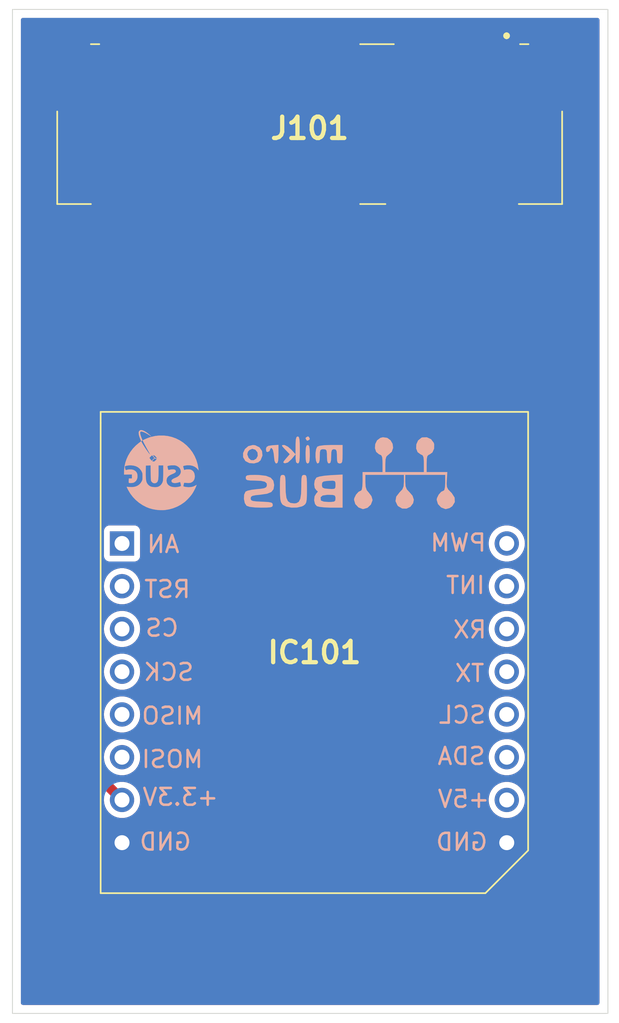
<source format=kicad_pcb>
(kicad_pcb (version 20240108) (generator "pcbnew") (generator_version "8.0")
  (layers (0 "F.Cu" signal) (31 "B.Cu" signal) (34 "B.Paste" user) (35 "F.Paste" user) (36 "B.SilkS" user "B.Silkscreen") (37 "F.SilkS" user "F.Silkscreen") (38 "B.Mask" user) (39 "F.Mask" user) (44 "Edge.Cuts" user))
  (net 0 "")
  (net 1 "3.3V")
  (net 29 "RX1")
  (net 30 "1PPS")
  (net 31 "GND")
  (net 32 "SDA")
  (net 34 "TX1")
  (net 36 "CE_HOST")
  (net 38 "RST")
  (net 40 "SCL")
  (net 41 "WUP")
  (footprint "Mini_PCI_e:17178311" (layer "F.Cu") (at 111.55 71.225 180)
    (property "Reference" "J101" (at 0 0 180) (layer "F.SilkS") (effects (font (size 1.27 1.27) (thickness 0.254))))
    (property "Value" "1717831-1" (hide yes))
    (fp_line (start 15 -4.5) (end 15 1) (stroke (width 0.1)) (layer "F.SilkS"))
    (fp_line (start 13 -4.5) (end 15 -4.5) (stroke (width 0.1)) (layer "F.SilkS"))
    (fp_line (start 12.5 5) (end 13 5) (stroke (width 0.1)) (layer "F.SilkS"))
    (fp_line (start -3 5) (end -5 5) (stroke (width 0.1)) (layer "F.SilkS"))
    (fp_line (start -4.5 -4.5) (end -3 -4.5) (stroke (width 0.1)) (layer "F.SilkS"))
    (fp_line (start -11.7 5.6) (end -11.7 5.6) (stroke (width 0.2)) (layer "F.SilkS"))
    (fp_line (start -11.7 5.4) (end -11.7 5.4) (stroke (width 0.2)) (layer "F.SilkS"))
    (fp_line (start -12.5 5) (end -13 5) (stroke (width 0.1)) (layer "F.SilkS"))
    (fp_line (start -15 1) (end -15 -4.5) (stroke (width 0.1)) (layer "F.SilkS"))
    (fp_line (start -15 -4.5) (end -12.425 -4.5) (stroke (width 0.1)) (layer "F.SilkS"))
    (fp_arc (start -11.7 5.6) (mid -11.8 5.5) (end -11.7 5.4) (stroke (width 0.2)) (layer "F.SilkS"))
    (fp_arc (start -11.7 5.4) (mid -11.6 5.5) (end -11.7 5.6) (stroke (width 0.2)) (layer "F.SilkS"))
    (pad "1" smd rect (at -11.725 4.1 180) (size 0.6 2) (layers "F.Cu" "F.Paste" "F.Mask"))
    (pad "2" smd rect (at -11.325 -4.1 180) (size 0.6 2) (layers "F.Cu" "F.Paste" "F.Mask") (net 1 "3.3V"))
    (pad "3" smd rect (at -10.925 4.1 180) (size 0.6 2) (layers "F.Cu" "F.Paste" "F.Mask"))
    (pad "4" smd rect (at -10.525 -4.1 180) (size 0.6 2) (layers "F.Cu" "F.Paste" "F.Mask") (net 31 "GND"))
    (pad "5" smd rect (at -10.125 4.1 180) (size 0.6 2) (layers "F.Cu" "F.Paste" "F.Mask"))
    (pad "6" smd rect (at -9.725 -4.1 180) (size 0.6 2) (layers "F.Cu" "F.Paste" "F.Mask"))
    (pad "7" smd rect (at -9.325 4.1 180) (size 0.6 2) (layers "F.Cu" "F.Paste" "F.Mask"))
    (pad "8" smd rect (at -8.925 -4.1 180) (size 0.6 2) (layers "F.Cu" "F.Paste" "F.Mask"))
    (pad "9" smd rect (at -8.525 4.1 180) (size 0.6 2) (layers "F.Cu" "F.Paste" "F.Mask") (net 31 "GND"))
    (pad "10" smd rect (at -8.125 -4.1 180) (size 0.6 2) (layers "F.Cu" "F.Paste" "F.Mask"))
    (pad "11" smd rect (at -7.725 4.1 180) (size 0.6 2) (layers "F.Cu" "F.Paste" "F.Mask"))
    (pad "12" smd rect (at -7.325 -4.1 180) (size 0.6 2) (layers "F.Cu" "F.Paste" "F.Mask"))
    (pad "13" smd rect (at -6.925 4.1 180) (size 0.6 2) (layers "F.Cu" "F.Paste" "F.Mask"))
    (pad "14" smd rect (at -6.525 -4.1 180) (size 0.6 2) (layers "F.Cu" "F.Paste" "F.Mask"))
    (pad "15" smd rect (at -6.125 4.1 180) (size 0.6 2) (layers "F.Cu" "F.Paste" "F.Mask") (net 31 "GND"))
    (pad "16" smd rect (at -5.725 -4.1 180) (size 0.6 2) (layers "F.Cu" "F.Paste" "F.Mask"))
    (pad "17" smd rect (at -2.125 4.1 180) (size 0.6 2) (layers "F.Cu" "F.Paste" "F.Mask"))
    (pad "18" smd rect (at -1.725 -4.1 180) (size 0.6 2) (layers "F.Cu" "F.Paste" "F.Mask") (net 31 "GND"))
    (pad "19" smd rect (at -1.325 4.1 180) (size 0.6 2) (layers "F.Cu" "F.Paste" "F.Mask"))
    (pad "20" smd rect (at -0.925 -4.1 180) (size 0.6 2) (layers "F.Cu" "F.Paste" "F.Mask"))
    (pad "21" smd rect (at -0.525 4.1 180) (size 0.6 2) (layers "F.Cu" "F.Paste" "F.Mask") (net 31 "GND"))
    (pad "22" smd rect (at -0.125 -4.1 180) (size 0.6 2) (layers "F.Cu" "F.Paste" "F.Mask"))
    (pad "23" smd rect (at 0.275 4.1 180) (size 0.6 2) (layers "F.Cu" "F.Paste" "F.Mask"))
    (pad "24" smd rect (at 0.675 -4.1 180) (size 0.6 2) (layers "F.Cu" "F.Paste" "F.Mask") (net 1 "3.3V"))
    (pad "25" smd rect (at 1.075 4.1 180) (size 0.6 2) (layers "F.Cu" "F.Paste" "F.Mask"))
    (pad "26" smd rect (at 1.475 -4.1 180) (size 0.6 2) (layers "F.Cu" "F.Paste" "F.Mask") (net 31 "GND"))
    (pad "27" smd rect (at 1.875 4.1 180) (size 0.6 2) (layers "F.Cu" "F.Paste" "F.Mask") (net 31 "GND"))
    (pad "28" smd rect (at 2.275 -4.1 180) (size 0.6 2) (layers "F.Cu" "F.Paste" "F.Mask"))
    (pad "29" smd rect (at 2.675 4.1 180) (size 0.6 2) (layers "F.Cu" "F.Paste" "F.Mask") (net 31 "GND"))
    (pad "30" smd rect (at 3.075 -4.1 180) (size 0.6 2) (layers "F.Cu" "F.Paste" "F.Mask"))
    (pad "31" smd rect (at 3.475 4.1 180) (size 0.6 2) (layers "F.Cu" "F.Paste" "F.Mask"))
    (pad "32" smd rect (at 3.875 -4.1 180) (size 0.6 2) (layers "F.Cu" "F.Paste" "F.Mask"))
    (pad "33" smd rect (at 4.275 4.1 180) (size 0.6 2) (layers "F.Cu" "F.Paste" "F.Mask"))
    (pad "34" smd rect (at 4.675 -4.1 180) (size 0.6 2) (layers "F.Cu" "F.Paste" "F.Mask") (net 31 "GND"))
    (pad "35" smd rect (at 5.075 4.1 180) (size 0.6 2) (layers "F.Cu" "F.Paste" "F.Mask") (net 31 "GND"))
    (pad "36" smd rect (at 5.475 -4.1 180) (size 0.6 2) (layers "F.Cu" "F.Paste" "F.Mask"))
    (pad "37" smd rect (at 5.875 4.1 180) (size 0.6 2) (layers "F.Cu" "F.Paste" "F.Mask") (net 31 "GND"))
    (pad "38" smd rect (at 6.275 -4.1 180) (size 0.6 2) (layers "F.Cu" "F.Paste" "F.Mask"))
    (pad "39" smd rect (at 6.675 4.1 180) (size 0.6 2) (layers "F.Cu" "F.Paste" "F.Mask") (net 1 "3.3V"))
    (pad "40" smd rect (at 7.075 -4.1 180) (size 0.6 2) (layers "F.Cu" "F.Paste" "F.Mask") (net 31 "GND"))
    (pad "41" smd rect (at 7.475 4.1 180) (size 0.6 2) (layers "F.Cu" "F.Paste" "F.Mask") (net 1 "3.3V"))
    (pad "42" smd rect (at 7.875 -4.1 180) (size 0.6 2) (layers "F.Cu" "F.Paste" "F.Mask"))
    (pad "43" smd rect (at 8.275 4.1 180) (size 0.6 2) (layers "F.Cu" "F.Paste" "F.Mask") (net 31 "GND"))
    (pad "44" smd rect (at 8.675 -4.1 180) (size 0.6 2) (layers "F.Cu" "F.Paste" "F.Mask"))
    (pad "45" smd rect (at 9.075 4.1 180) (size 0.6 2) (layers "F.Cu" "F.Paste" "F.Mask"))
    (pad "46" smd rect (at 9.475 -4.1 180) (size 0.6 2) (layers "F.Cu" "F.Paste" "F.Mask"))
    (pad "47" smd rect (at 9.875 4.1 180) (size 0.6 2) (layers "F.Cu" "F.Paste" "F.Mask"))
    (pad "48" smd rect (at 10.275 -4.1 180) (size 0.6 2) (layers "F.Cu" "F.Paste" "F.Mask"))
    (pad "49" smd rect (at 10.675 4.1 180) (size 0.6 2) (layers "F.Cu" "F.Paste" "F.Mask"))
    (pad "50" smd rect (at 11.075 -4.1 180) (size 0.6 2) (layers "F.Cu" "F.Paste" "F.Mask") (net 31 "GND"))
    (pad "51" smd rect (at 11.475 4.1 180) (size 0.6 2) (layers "F.Cu" "F.Paste" "F.Mask"))
    (pad "52" smd rect (at 11.875 -4.1 180) (size 0.6 2) (layers "F.Cu" "F.Paste" "F.Mask") (net 1 "3.3V"))
    (pad "MP1" smd rect (at -14.575 3.5 180) (size 2.3 3.2) (layers "F.Cu" "F.Paste" "F.Mask"))
    (pad "MP2" smd rect (at 14.725 3.5 180) (size 2.3 3.2) (layers "F.Cu" "F.Paste" "F.Mask"))
  )
  (footprint "Mikroe-924:MIKROE924" (layer "F.Cu") (at 100.4 95.895)
    (property "Reference" "IC101" (at 11.43 6.48 0) (layer "F.SilkS") (effects (font (size 1.27 1.27) (thickness 0.254))))
    (property "Value" "MIKROE-924" (hide yes))
    (fp_line (start -1.27 -7.82) (end -1.27 -7.16) (stroke (width 0.1)) (layer "F.SilkS"))
    (fp_line (start -1.27 -7.16) (end -1.27 20.78) (stroke (width 0.1)) (layer "F.SilkS"))
    (fp_line (start -1.27 20.78) (end 21.59 20.78) (stroke (width 0.1)) (layer "F.SilkS"))
    (fp_line (start 21.59 20.78) (end 24.13 18.24) (stroke (width 0.1)) (layer "F.SilkS"))
    (fp_line (start 24.13 -7.82) (end -1.27 -7.82) (stroke (width 0.1)) (layer "F.SilkS"))
    (fp_line (start 24.13 18.24) (end 24.13 -7.82) (stroke (width 0.1)) (layer "F.SilkS"))
    (pad "1" thru_hole rect (at 0 0) (size 1.445 1.445) (drill 0.889) (layers "*.Cu" "*.Mask"))
    (pad "2" thru_hole circle (at 0 2.54) (size 1.445 1.445) (drill 0.889) (layers "*.Cu" "*.Mask") (net 38 "RST"))
    (pad "3" thru_hole circle (at 0 5.08) (size 1.445 1.445) (drill 0.889) (layers "*.Cu" "*.Mask") (net 36 "CE_HOST"))
    (pad "4" thru_hole circle (at 0 7.62) (size 1.445 1.445) (drill 0.889) (layers "*.Cu" "*.Mask"))
    (pad "5" thru_hole circle (at 0 10.16) (size 1.445 1.445) (drill 0.889) (layers "*.Cu" "*.Mask"))
    (pad "6" thru_hole circle (at 0 12.7) (size 1.445 1.445) (drill 0.889) (layers "*.Cu" "*.Mask"))
    (pad "7" thru_hole circle (at 0 15.24) (size 1.445 1.445) (drill 0.889) (layers "*.Cu" "*.Mask") (net 1 "3.3V"))
    (pad "8" thru_hole circle (at 0 17.78) (size 1.445 1.445) (drill 0.889) (layers "*.Cu" "*.Mask") (net 31 "GND"))
    (pad "9" thru_hole circle (at 22.86 0) (size 1.445 1.445) (drill 0.889) (layers "*.Cu" "*.Mask") (net 41 "WUP"))
    (pad "10" thru_hole circle (at 22.86 2.54) (size 1.445 1.445) (drill 0.889) (layers "*.Cu" "*.Mask") (net 30 "1PPS"))
    (pad "11" thru_hole circle (at 22.86 5.08) (size 1.445 1.445) (drill 0.889) (layers "*.Cu" "*.Mask") (net 34 "TX1"))
    (pad "12" thru_hole circle (at 22.86 7.62) (size 1.445 1.445) (drill 0.889) (layers "*.Cu" "*.Mask") (net 29 "RX1"))
    (pad "13" thru_hole circle (at 22.86 10.16) (size 1.445 1.445) (drill 0.889) (layers "*.Cu" "*.Mask") (net 40 "SCL"))
    (pad "14" thru_hole circle (at 22.86 12.7) (size 1.445 1.445) (drill 0.889) (layers "*.Cu" "*.Mask") (net 32 "SDA"))
    (pad "15" thru_hole circle (at 22.86 15.24) (size 1.445 1.445) (drill 0.889) (layers "*.Cu" "*.Mask"))
    (pad "16" thru_hole circle (at 22.86 17.78) (size 1.445 1.445) (drill 0.889) (layers "*.Cu" "*.Mask") (net 31 "GND"))
  )
  (footprint "Logos-image:Image-Csug_6x6" (layer "B.Cu") (at 102.74 91.54 180)
    (property "Reference" "G***" (hide yes))
    (property "Value" "LOGO" (hide yes))
    (fp_poly (pts (xy 1.250028 2.376366) (xy 1.285265 2.356501) (xy 1.310294 2.330009) (xy 1.332889 2.300572) (xy 1.344873 2.273354) (xy 1.348439 2.237914) (xy 1.345783 2.183811) (xy 1.344495 2.167291) (xy 1.33394 2.095053) (xy 1.312146 2.011276) (xy 1.277589 1.911178) (xy 1.228746 1.789974) (xy 1.211704 1.750219) (xy 1.196966 1.732404) (xy 1.173072 1.737685) (xy 1.150926 1.752233) (xy 1.135452 1.765609) (xy 1.130505 1.781257) (xy 1.136874 1.807375) (xy 1.155348 1.85216) (xy 1.161991 1.867327) (xy 1.209564 1.985276) (xy 1.242719 2.088663) (xy 1.260713 2.174231) (xy 1.262803 2.238722) (xy 1.25394 2.270471) (xy 1.238998 2.291329) (xy 1.217248 2.299947) (xy 1.178548 2.299011) (xy 1.155597 2.296509) (xy 1.094038 2.281131) (xy 1.012518 2.248433) (xy 0.915953 2.200822) (xy 0.809258 2.140706) (xy 0.706437 2.076464) (xy 0.611187 2.014141) (xy 0.682625 2.081012) (xy 0.787783 2.17204) (xy 0.893595 2.249949) (xy 0.995504 2.3121) (xy 1.088951 2.355856) (xy 1.169382 2.378576) (xy 1.20112 2.381238) (xy 1.250028 2.376366)) (stroke (width 0.01)) (fill solid) (layer "B.SilkS"))
    (fp_poly (pts (xy 0.383349 2.027458) (xy 0.63513 1.968363) (xy 0.704465 1.946444) (xy 0.77153 1.922367) (xy 0.847105 1.892645) (xy 0.924314 1.860295) (xy 0.99628 1.828328) (xy 1.056129 1.799761) (xy 1.096982 1.777606) (xy 1.109033 1.769095) (xy 1.104322 1.753475) (xy 1.086236 1.714136) (xy 1.056886 1.655078) (xy 1.018385 1.580298) (xy 0.972846 1.493794) (xy 0.922381 1.399564) (xy 0.869104 1.301606) (xy 0.815125 1.203919) (xy 0.762559 1.110501) (xy 0.742333 1.075105) (xy 0.709635 1.016051) (xy 0.685126 0.967658) (xy 0.671804 0.936104) (xy 0.670696 0.927387) (xy 0.684426 0.934447) (xy 0.712316 0.964571) (xy 0.751692 1.013906) (xy 0.799877 1.078599) (xy 0.854195 1.154795) (xy 0.911969 1.238641) (xy 0.970525 1.326284) (xy 1.027185 1.41387) (xy 1.079274 1.497547) (xy 1.124115 1.573459) (xy 1.143377 1.608027) (xy 1.201909 1.715866) (xy 1.335173 1.617073) (xy 1.526328 1.456292) (xy 1.700201 1.271516) (xy 1.853257 1.067369) (xy 1.981959 0.848474) (xy 2.06779 0.658813) (xy 2.138896 0.451778) (xy 2.185172 0.252954) (xy 2.208462 0.053336) (xy 2.212015 -0.045086) (xy 2.214562 -0.25686) (xy 1.980406 -0.2547) (xy 1.74625 -0.252541) (xy 1.74625 -0.492125) (xy 1.934241 -0.492125) (xy 1.939464 -0.61283) (xy 1.940739 -0.672886) (xy 1.939321 -0.720912) (xy 1.935524 -0.747806) (xy 1.934719 -0.749536) (xy 1.914351 -0.756946) (xy 1.868988 -0.760628) (xy 1.805222 -0.760085) (xy 1.798536 -0.7598) (xy 1.72761 -0.754708) (xy 1.676153 -0.744987) (xy 1.631917 -0.727408) (xy 1.594191 -0.705947) (xy 1.517819 -0.641029) (xy 1.462482 -0.555838) (xy 1.429588 -0.45506) (xy 1.420545 -0.343378) (xy 1.436762 -0.225478) (xy 1.44287 -0.202568) (xy 1.481939 -0.121635) (xy 1.546592 -0.051813) (xy 1.631238 0.001804) (xy 1.692672 0.025073) (xy 1.773062 0.039737) (xy 1.866825 0.043719) (xy 1.9605 0.037369) (xy 2.040627 0.021038) (xy 2.056536 0.0156) (xy 2.094406 0.00561) (xy 2.119573 0.005841) (xy 2.132412 0.024289) (xy 2.146499 0.064021) (xy 2.159476 0.114777) (xy 2.168984 0.166295) (xy 2.172665 0.208317) (xy 2.170387 0.226921) (xy 2.149052 0.244072) (xy 2.102662 0.26038) (xy 2.037908 0.274551) (xy 1.961483 0.285289) (xy 1.880079 0.2913) (xy 1.833562 0.292112) (xy 1.668588 0.278565) (xy 1.522288 0.240235) (xy 1.395389 0.177528) (xy 1.288616 0.090848) (xy 1.202697 -0.019399) (xy 1.170346 -0.077976) (xy 1.148562 -0.123876) (xy 1.134038 -0.161982) (xy 1.125307 -0.200744) (xy 1.120901 -0.248615) (xy 1.119355 -0.314048) (xy 1.119187 -0.372728) (xy 1.119826 -0.456864) (xy 1.122556 -0.517502) (xy 1.128598 -0.562884) (xy 1.139172 -0.601251) (xy 1.155497 -0.640844) (xy 1.16048 -0.651599) (xy 1.232065 -0.769083) (xy 1.325234 -0.864198) (xy 1.438295 -0.936166) (xy 1.569556 -0.984213) (xy 1.717325 -1.007563) (xy 1.879911 -1.005441) (xy 1.922298 -1.000886) (xy 1.982992 -0.994015) (xy 2.030313 -0.99005) (xy 2.056524 -0.989588) (xy 2.059244 -0.990327) (xy 2.054729 -1.005858) (xy 2.038128 -1.043914) (xy 2.012029 -1.098866) (xy 1.979024 -1.165086) (xy 1.977123 -1.16882) (xy 1.849702 -1.384748) (xy 1.696112 -1.586436) (xy 1.519734 -1.770968) (xy 1.32395 -1.935427) (xy 1.112139 -2.076897) (xy 0.887682 -2.19246) (xy 0.711141 -2.261025) (xy 0.518128 -2.314194) (xy 0.309525 -2.351303) (xy 0.096683 -2.371063) (xy -0.109047 -2.372184) (xy -0.206375 -2.365284) (xy -0.454352 -2.325685) (xy -0.697932 -2.25812) (xy -0.932326 -2.164614) (xy -1.152746 -2.047195) (xy -1.354401 -1.907886) (xy -1.424825 -1.849882) (xy -1.498445 -1.781765) (xy -1.579883 -1.699154) (xy -1.66213 -1.609799) (xy -1.738176 -1.521453) (xy -1.80101 -1.441867) (xy -1.827198 -1.404937) (xy -1.875623 -1.326933) (xy -1.929034 -1.231755) (xy -1.981735 -1.13035) (xy -2.028031 -1.033669) (xy -2.061645 -0.954196) (xy -2.091749 -0.87497) (xy -2.010164 -0.921014) (xy -1.890081 -0.975241) (xy -1.761788 -1.005376) (xy -1.61845 -1.012819) (xy -1.571625 -1.010844) (xy -1.475254 -1.002266) (xy -1.396578 -0.989816) (xy -1.339489 -0.974434) (xy -1.307878 -0.957061) (xy -1.30277 -0.945867) (xy -1.305219 -0.930003) (xy -1.164259 -0.930003) (xy -1.159383 -0.942467) (xy -1.137 -0.95422) (xy -1.093183 -0.97014) (xy -1.037335 -0.986819) (xy -1.036229 -0.987118) (xy -0.927746 -1.007059) (xy -0.81056 -1.012853) (xy -0.695174 -1.004974) (xy -0.59209 -0.983895) (xy -0.53975 -0.964763) (xy -0.439199 -0.906222) (xy -0.366902 -0.833936) (xy -0.321783 -0.746322) (xy -0.30277 -0.641799) (xy -0.301974 -0.614523) (xy -0.314109 -0.515915) (xy -0.352179 -0.429961) (xy -0.417487 -0.355139) (xy -0.511331 -0.289926) (xy -0.624555 -0.236885) (xy -0.721421 -0.195279) (xy -0.790048 -0.157633) (xy -0.833353 -0.121779) (xy -0.854249 -0.08555) (xy -0.85725 -0.063844) (xy -0.843454 -0.01212) (xy -0.802605 0.023887) (xy -0.735514 0.043681) (xy -0.67507 0.047625) (xy -0.605825 0.043522) (xy -0.535155 0.033006) (xy -0.498951 0.024273) (xy -0.453056 0.013026) (xy -0.420575 0.009814) (xy -0.411802 0.012367) (xy -0.401295 0.03526) (xy -0.388021 0.077366) (xy -0.374454 0.128651) (xy -0.363067 0.179086) (xy -0.356332 0.218641) (xy -0.356442 0.236919) (xy -0.382189 0.254147) (xy -0.433183 0.269596) (xy -0.502925 0.282109) (xy -0.538397 0.28575) (xy -0.111125 0.28575) (xy -0.111125 -0.13277) (xy -0.110512 -0.250032) (xy -0.108786 -0.361334) (xy -0.106119 -0.461337) (xy -0.102681 -0.5447) (xy -0.098645 -0.606084) (xy -0.094966 -0.636499) (xy -0.060658 -0.742805) (xy -0.002725 -0.838473) (xy 0.073786 -0.917874) (xy 0.163831 -0.975383) (xy 0.230187 -0.999104) (xy 0.30803 -1.010131) (xy 0.401853 -1.011262) (xy 0.499367 -1.003396) (xy 0.588285 -0.987431) (xy 0.646773 -0.968664) (xy 0.736012 -0.914543) (xy 0.81372 -0.837217) (xy 0.871622 -0.745065) (xy 0.875077 -0.737471) (xy 0.895896 -0.678191) (xy 0.911913 -0.603633) (xy 0.923406 -0.510597) (xy 0.930654 -0.395886) (xy 0.933939 -0.2563) (xy 0.933539 -0.088642) (xy 0.933324 -0.071437) (xy 0.928687 0.277813) (xy 0.782953 0.282363) (xy 0.637218 0.286913) (xy 0.63214 -0.162137) (xy 0.630588 -0.293327) (xy 0.629021 -0.396696) (xy 0.627106 -0.476174) (xy 0.624511 -0.535689) (xy 0.620903 -0.579168) (xy 0.61595 -0.610541) (xy 0.609318 -0.633736) (xy 0.600676 -0.65268) (xy 0.589691 -0.671303) (xy 0.588923 -0.67254) (xy 0.536184 -0.731434) (xy 0.469757 -0.766825) (xy 0.396991 -0.776434) (xy 0.325237 -0.757985) (xy 0.320642 -0.755687) (xy 0.281642 -0.731737) (xy 0.250086 -0.702086) (xy 0.225224 -0.663369) (xy 0.206308 -0.612221) (xy 0.192587 -0.545277) (xy 0.183314 -0.459171) (xy 0.177738 -0.350539) (xy 0.175111 -0.216016) (xy 0.174625 -0.099852) (xy 0.174625 0.28575) (xy -0.111125 0.28575) (xy -0.538397 0.28575) (xy -0.584918 0.290525) (xy -0.672664 0.293686) (xy -0.674688 0.293688) (xy -0.753003 0.292601) (xy -0.809622 0.288219) (xy -0.854557 0.278861) (xy -0.897821 0.262848) (xy -0.92075 0.252391) (xy -1.015748 0.196046) (xy -1.084742 0.12756) (xy -1.129219 0.050278) (xy -1.155983 -0.04757) (xy -1.152481 -0.14266) (xy -1.120196 -0.232281) (xy -1.060611 -0.313722) (xy -0.97521 -0.384271) (xy -0.865477 -0.441219) (xy -0.858796 -0.44389) (xy -0.755604 -0.487626) (xy -0.680902 -0.52729) (xy -0.632127 -0.565447) (xy -0.60672 -0.604659) (xy -0.60212 -0.64749) (xy -0.613112 -0.689851) (xy -0.643284 -0.726332) (xy -0.697739 -0.750449) (xy -0.771307 -0.761686) (xy -0.858816 -0.759531) (xy -0.955094 -0.74347) (xy -1.008066 -0.729094) (xy -1.061025 -0.713558) (xy -1.10031 -0.703585) (xy -1.117921 -0.701192) (xy -1.118133 -0.701357) (xy -1.123449 -0.718153) (xy -1.133873 -0.757625) (xy -1.147242 -0.811542) (xy -1.148473 -0.816645) (xy -1.162447 -0.886801) (xy -1.164259 -0.930003) (xy -1.305219 -0.930003) (xy -1.306445 -0.922068) (xy -1.314945 -0.877772) (xy -1.324135 -0.833437) (xy -1.336559 -0.780903) (xy -1.348111 -0.752862) (xy -1.363181 -0.742494) (xy -1.382647 -0.742554) (xy -1.506214 -0.754573) (xy -1.603466 -0.758969) (xy -1.678921 -0.755693) (xy -1.737098 -0.744698) (xy -1.755382 -0.738575) (xy -1.845354 -0.688464) (xy -1.913628 -0.616218) (xy -1.959084 -0.523879) (xy -1.980602 -0.41349) (xy -1.980873 -0.327357) (xy -1.960991 -0.208496) (xy -1.918831 -0.110628) (xy -1.855247 -0.034971) (xy -1.771094 0.017254) (xy -1.728866 0.032183) (xy -1.665272 0.043033) (xy -1.585867 0.046433) (xy -1.504205 0.042689) (xy -1.433844 0.032104) (xy -1.408976 0.025011) (xy -1.349515 0.00379) (xy -1.331776 0.069364) (xy -1.316735 0.12349) (xy -1.302292 0.17324) (xy -1.299956 0.180963) (xy -1.29025 0.216086) (xy -1.291214 0.23826) (xy -1.308179 0.252778) (xy -1.346472 0.264933) (xy -1.396166 0.276541) (xy -1.549608 0.298368) (xy -1.698597 0.294481) (xy -1.839036 0.26611) (xy -1.966826 0.214486) (xy -2.077871 0.14084) (xy -2.168072 0.046404) (xy -2.169784 0.044112) (xy -2.208438 -0.007937) (xy -2.197956 0.079375) (xy -2.150546 0.346094) (xy -2.074398 0.600586) (xy -2.048875 0.659745) (xy 0.269875 0.659745) (xy 0.280283 0.646582) (xy 0.307555 0.61762) (xy 0.345281 0.579634) (xy 0.387261 0.539826) (xy 0.416972 0.518643) (xy 0.44396 0.511643) (xy 0.477774 0.514384) (xy 0.483591 0.515291) (xy 0.525238 0.523428) (xy 0.551357 0.531307) (xy 0.554273 0.533107) (xy 0.547748 0.547171) (xy 0.523343 0.577102) (xy 0.486099 0.616798) (xy 0.480437 0.622497) (xy 0.398824 0.70411) (xy 0.334349 0.684793) (xy 0.294823 0.67174) (xy 0.272058 0.661876) (xy 0.269875 0.659745) (xy -2.048875 0.659745) (xy -2.034868 0.692208) (xy 0.254 0.692208) (xy 0.26739 0.692312) (xy 0.301463 0.701162) (xy 0.325095 0.708777) (xy 0.353281 0.722313) (xy 0.414832 0.722313) (xy 0.496592 0.638969) (xy 0.536408 0.598715) (xy 0.566283 0.569138) (xy 0.580526 0.555863) (xy 0.580956 0.555625) (xy 0.591027 0.56726) (xy 0.615063 0.597862) (xy 0.648004 0.640983) (xy 0.650329 0.644061) (xy 0.717099 0.732497) (xy 0.640331 0.810724) (xy 0.600705 0.849149) (xy 0.569534 0.875784) (xy 0.55334 0.885073) (xy 0.5531 0.885007) (xy 0.538428 0.871462) (xy 0.51048 0.840017) (xy 0.478735 0.801688) (xy 0.414832 0.722313) (xy 0.353281 0.722313) (xy 0.379708 0.735004) (xy 0.426595 0.777278) (xy 0.453995 0.811747) (xy 0.483204 0.853877) (xy 0.501544 0.884952) (xy 0.505123 0.897168) (xy 0.487205 0.897241) (xy 0.450992 0.889118) (xy 0.439589 0.88578) (xy 0.389966 0.860362) (xy 0.340066 0.812225) (xy 0.317365 0.783789) (xy 0.285174 0.740085) (xy 0.262364 0.707076) (xy 0.254 0.692208) (xy -2.034868 0.692208) (xy -1.970572 0.841229) (xy -1.840129 1.066396) (xy -1.684128 1.274465) (xy -1.50363 1.463811) (xy -1.299694 1.632809) (xy -1.097167 1.766064) (xy -0.869682 1.881389) (xy -0.63031 1.968428) (xy -0.382185 2.026869) (xy -0.128444 2.056396) (xy 0.127779 2.056697) (xy 0.383349 2.027458)) (stroke (width 0.01)) (fill solid) (layer "B.SilkS"))
  )
  (footprint "logo:mikro_logo" (layer "B.Cu") (at 113.93 91.65 180)
    (property "Reference" "G***" (hide yes))
    (property "Value" "LOGO" (hide yes))
    (fp_poly (pts (xy 2.609915 2.048894) (xy 2.624667 1.989666) (xy 2.556894 1.877418) (xy 2.497667 1.862666) (xy 2.385418 1.930439) (xy 2.370667 1.989666) (xy 2.43844 2.101915) (xy 2.497667 2.116666)) (fill solid) (layer "B.SilkS"))
    (fp_poly (pts (xy 2.568903 1.571926) (xy 2.608496 1.440644) (xy 2.623737 1.183232) (xy 2.624667 1.058333) (xy 2.616188 0.749643) (xy 2.585892 0.578072) (xy 2.52649 0.51203) (xy 2.497667 0.508) (xy 2.426431 0.54474) (xy 2.386837 0.676022) (xy 2.371597 0.933435) (xy 2.370667 1.058333) (xy 2.379145 1.367023) (xy 2.409441 1.538595) (xy 2.468844 1.604637) (xy 2.497667 1.608666)) (fill solid) (layer "B.SilkS"))
    (fp_poly (pts (xy 4.593167 1.592368) (xy 4.828086 1.559987) (xy 4.941933 1.490029) (xy 4.980055 1.375833) (xy 4.958231 1.218849) (xy 4.874222 1.185333) (xy 4.758591 1.253528) (xy 4.741334 1.319389) (xy 4.689671 1.4174) (xy 4.6355 1.418567) (xy 4.566977 1.317164) (xy 4.51766 1.09192) (xy 4.504076 0.945845) (xy 4.471251 0.664561) (xy 4.409979 0.52887) (xy 4.355909 0.508) (xy 4.286795 0.548529) (xy 4.248331 0.689966) (xy 4.233943 0.962088) (xy 4.233334 1.063201) (xy 4.233334 1.618403)) (fill solid) (layer "B.SilkS"))
    (fp_poly (pts (xy 6.027017 1.540956) (xy 6.227025 1.367515) (xy 6.337054 1.132882) (xy 6.336805 0.881595) (xy 6.205975 0.658192) (xy 6.195167 0.648122) (xy 5.964063 0.530498) (xy 5.686505 0.509441) (xy 5.432035 0.581233) (xy 5.296468 0.696172) (xy 5.190137 0.959815) (xy 5.465932 0.959815) (xy 5.554775 0.796452) (xy 5.70429 0.703839) (xy 5.870151 0.709386) (xy 6.008033 0.8405) (xy 6.008355 0.8411) (xy 6.088255 1.051277) (xy 6.04517 1.210551) (xy 5.96312 1.306118) (xy 5.789804 1.379672) (xy 5.605548 1.323625) (xy 5.482086 1.166519) (xy 5.465932 0.959815) (xy 5.190137 0.959815) (xy 5.182259 0.979349) (xy 5.211498 1.250804) (xy 5.363426 1.469435) (xy 5.617284 1.594141) (xy 5.757334 1.608666)) (fill solid) (layer "B.SilkS"))
    (fp_poly (pts (xy 3.163059 2.078315) (xy 3.203338 1.942225) (xy 3.21889 1.676843) (xy 3.219815 1.5875) (xy 3.222297 1.058333) (xy 3.472622 1.3335) (xy 3.669985 1.505379) (xy 3.860077 1.601269) (xy 3.910082 1.608666) (xy 4.015781 1.599751) (xy 4.02425 1.551675) (xy 3.926447 1.432444) (xy 3.832321 1.3335) (xy 3.567423 1.058333) (xy 3.787583 0.804333) (xy 3.921064 0.640474) (xy 3.947306 0.560582) (xy 3.874704 0.524917) (xy 3.847785 0.519347) (xy 3.672855 0.567095) (xy 3.463025 0.757769) (xy 3.452581 0.770149) (xy 3.217334 1.051937) (xy 3.217334 0.779968) (xy 3.184436 0.570656) (xy 3.090334 0.508) (xy 3.029794 0.536786) (xy 2.991482 0.64207) (xy 2.970916 0.852238) (xy 2.963613 1.195677) (xy 2.963334 1.312333) (xy 2.967879 1.695752) (xy 2.984502 1.938394) (xy 3.017687 2.068647) (xy 3.071914 2.114898) (xy 3.090334 2.116666)) (fill solid) (layer "B.SilkS"))
    (fp_poly (pts (xy 1.518548 1.595886) (xy 1.796827 1.559884) (xy 1.9304 1.507067) (xy 1.997848 1.36336) (xy 2.031656 1.138468) (xy 2.033226 0.887523) (xy 2.003959 0.66566) (xy 1.945259 0.528013) (xy 1.905 0.508) (xy 1.825135 0.553319) (xy 1.786127 0.710227) (xy 1.778 0.931333) (xy 1.771138 1.182577) (xy 1.736115 1.307917) (xy 1.65128 1.350656) (xy 1.566334 1.354666) (xy 1.440711 1.340941) (xy 1.378042 1.270896) (xy 1.356672 1.101227) (xy 1.354667 0.931333) (xy 1.341071 0.665115) (xy 1.293999 0.535089) (xy 1.227667 0.508) (xy 1.147801 0.553319) (xy 1.108794 0.710227) (xy 1.100667 0.931333) (xy 1.091752 1.18525) (xy 1.05391 1.311888) (xy 0.9705 1.352855) (xy 0.931334 1.354666) (xy 0.829767 1.332378) (xy 0.779111 1.237776) (xy 0.762725 1.02925) (xy 0.762 0.931333) (xy 0.753085 0.677416) (xy 0.715244 0.550778) (xy 0.631833 0.509811) (xy 0.592667 0.508) (xy 0.501026 0.525152) (xy 0.449935 0.601553) (xy 0.427879 0.77462) (xy 0.423334 1.058333) (xy 0.423334 1.608666) (xy 1.126067 1.608666)) (fill solid) (layer "B.SilkS"))
    (fp_poly (pts (xy 4.058036 -0.181479) (xy 4.107707 -0.238857) (xy 4.134961 -0.372877) (xy 4.146408 -0.614951) (xy 4.148667 -0.973667) (xy 4.14392 -1.363176) (xy 4.125186 -1.622259) (xy 4.085726 -1.789668) (xy 4.0188 -1.904157) (xy 3.979334 -1.947334) (xy 3.76857 -2.060813) (xy 3.464362 -2.116018) (xy 3.132968 -2.110961) (xy 2.840649 -2.043653) (xy 2.728172 -1.984866) (xy 2.641679 -1.910806) (xy 2.58661 -1.810939) (xy 2.55597 -1.649075) (xy 2.542766 -1.389023) (xy 2.54 -1.011199) (xy 2.542349 -0.627141) (xy 2.553516 -0.381663) (xy 2.579684 -0.244032) (xy 2.627033 -0.183516) (xy 2.701745 -0.169381) (xy 2.709334 -0.169334) (xy 2.793426 -0.18337) (xy 2.843956 -0.248102) (xy 2.869339 -0.397462) (xy 2.877988 -0.665382) (xy 2.878667 -0.852233) (xy 2.891688 -1.292577) (xy 2.937464 -1.589319) (xy 3.026061 -1.766666) (xy 3.167548 -1.848822) (xy 3.298931 -1.862667) (xy 3.523013 -1.834172) (xy 3.672909 -1.731877) (xy 3.761772 -1.53057) (xy 3.802755 -1.205036) (xy 3.81 -0.882953) (xy 3.813202 -0.534786) (xy 3.828066 -0.32267) (xy 3.862481 -0.213361) (xy 3.924333 -0.173618) (xy 3.979334 -0.169334)) (fill solid) (layer "B.SilkS"))
    (fp_poly (pts (xy 5.931868 -0.174716) (xy 6.096279 -0.198651) (xy 6.166658 -0.252819) (xy 6.180667 -0.338667) (xy 6.162744 -0.431797) (xy 6.083611 -0.483111) (xy 5.905225 -0.504876) (xy 5.6515 -0.509297) (xy 5.272159 -0.525976) (xy 5.039001 -0.57958) (xy 4.931239 -0.678831) (xy 4.924304 -0.814479) (xy 4.96959 -0.903926) (xy 5.088296 -0.961004) (xy 5.317381 -0.99819) (xy 5.521251 -1.016) (xy 5.826445 -1.052694) (xy 6.069953 -1.107199) (xy 6.193401 -1.164018) (xy 6.275491 -1.345582) (xy 6.287622 -1.599383) (xy 6.235707 -1.846823) (xy 6.130063 -2.006184) (xy 5.947585 -2.069428) (xy 5.621359 -2.107073) (xy 5.275485 -2.116667) (xy 4.929967 -2.113244) (xy 4.720363 -2.097734) (xy 4.613307 -2.062274) (xy 4.575433 -1.999002) (xy 4.572 -1.950895) (xy 4.589098 -1.866328) (xy 4.663216 -1.813741) (xy 4.828594 -1.783195) (xy 5.119471 -1.764749) (xy 5.228167 -1.760395) (xy 5.559939 -1.74373) (xy 5.756762 -1.717913) (xy 5.853015 -1.672775) (xy 5.883077 -1.598149) (xy 5.884334 -1.566334) (xy 5.864232 -1.474615) (xy 5.780076 -1.416091) (xy 5.596093 -1.377317) (xy 5.300315 -1.34688) (xy 4.909007 -1.290213) (xy 4.659947 -1.189114) (xy 4.528149 -1.025731) (xy 4.488628 -0.782214) (xy 4.48863 -0.766985) (xy 4.538291 -0.512301) (xy 4.694513 -0.334282) (xy 4.973461 -0.224504) (xy 5.391304 -0.174546) (xy 5.635845 -0.169334)) (fill solid) (layer "B.SilkS"))
    (fp_poly (pts (xy 1.136812 -0.185547) (xy 1.501514 -0.216916) (xy 1.793396 -0.265303) (xy 1.96812 -0.322957) (xy 1.983479 -0.333531) (xy 2.081813 -0.499129) (xy 2.114154 -0.728668) (xy 2.080419 -0.948179) (xy 1.984317 -1.081653) (xy 1.895587 -1.152573) (xy 1.946414 -1.233143) (xy 1.984317 -1.26556) (xy 2.090943 -1.442811) (xy 2.116323 -1.679491) (xy 2.063479 -1.902121) (xy 1.9529 -2.029021) (xy 1.793076 -2.070577) (xy 1.51768 -2.101477) (xy 1.180396 -2.116163) (xy 1.106233 -2.116667) (xy 0.423334 -2.116667) (xy 0.423334 -1.566334) (xy 0.846667 -1.566334) (xy 0.860703 -1.692742) (xy 0.931899 -1.755308) (xy 1.103892 -1.776217) (xy 1.262945 -1.778) (xy 1.542636 -1.756791) (xy 1.697821 -1.698161) (xy 1.716139 -1.672167) (xy 1.728939 -1.498501) (xy 1.610139 -1.39627) (xy 1.346315 -1.356109) (xy 1.260942 -1.354667) (xy 1.01309 -1.361884) (xy 0.890699 -1.398432) (xy 0.850037 -1.486653) (xy 0.846667 -1.566334) (xy 0.423334 -1.566334) (xy 0.423334 -1.132383) (xy 0.423334 -0.762) (xy 0.846667 -0.762) (xy 0.854772 -0.92005) (xy 0.908883 -0.993817) (xy 1.053692 -1.009692) (xy 1.248834 -0.999472) (xy 1.492728 -0.975012) (xy 1.611375 -0.9255) (xy 1.648857 -0.824905) (xy 1.651 -0.762) (xy 1.63426 -0.63256) (xy 1.554652 -0.565007) (xy 1.368092 -0.533308) (xy 1.248834 -0.524528) (xy 1.006612 -0.514291) (xy 0.888626 -0.542144) (xy 0.850184 -0.634476) (xy 0.846667 -0.762) (xy 0.423334 -0.762) (xy 0.423334 -0.148099)) (fill solid) (layer "B.SilkS"))
    (fp_poly (pts (xy -1.818815 2.031423) (xy -1.622608 1.885187) (xy -1.514336 1.662872) (xy -1.496064 1.415909) (xy -1.569857 1.195731) (xy -1.73778 1.053768) (xy -1.779019 1.040265) (xy -1.875071 0.991092) (xy -1.926168 0.879579) (xy -1.94548 0.663306) (xy -1.947333 0.498125) (xy -1.947333 0) (xy -1.354666 0) (xy -0.762 0) (xy -0.762 -0.550334) (xy -0.750037 -0.837916) (xy -0.718348 -1.03481) (xy -0.677333 -1.100667) (xy -0.524595 -1.171357) (xy -0.372949 -1.341199) (xy -0.27112 -1.546848) (xy -0.254 -1.651) (xy -0.32944 -1.903293) (xy -0.51896 -2.104575) (xy -0.767357 -2.199642) (xy -0.804333 -2.201334) (xy -1.057132 -2.125771) (xy -1.258057 -1.935468) (xy -1.352929 -1.685003) (xy -1.354666 -1.646957) (xy -1.291842 -1.433726) (xy -1.143 -1.235082) (xy -1.009102 -1.07536) (xy -0.946129 -0.879046) (xy -0.931333 -0.604125) (xy -0.931333 -0.169334) (xy -2.074333 -0.169334) (xy -3.217333 -0.169334) (xy -3.217333 -0.573813) (xy -3.199223 -0.848023) (xy -3.124017 -1.032219) (xy -2.963333 -1.201173) (xy -2.761278 -1.460218) (xy -2.717689 -1.729176) (xy -2.835006 -1.984123) (xy -2.878666 -2.032) (xy -3.117861 -2.17094) (xy -3.377366 -2.174324) (xy -3.609934 -2.061866) (xy -3.768315 -1.853283) (xy -3.81 -1.643361) (xy -3.733103 -1.40675) (xy -3.556 -1.201173) (xy -3.393784 -1.029992) (xy -3.319556 -0.845097) (xy -3.302 -0.573813) (xy -3.302 -0.169334) (xy -4.487333 -0.169334) (xy -5.672666 -0.169334) (xy -5.672666 -0.635) (xy -5.658748 -0.890015) (xy -5.622844 -1.059157) (xy -5.588 -1.100667) (xy -5.435262 -1.171357) (xy -5.283615 -1.341199) (xy -5.181787 -1.546848) (xy -5.164666 -1.651) (xy -5.240107 -1.903293) (xy -5.429627 -2.104575) (xy -5.678024 -2.199642) (xy -5.715 -2.201334) (xy -5.934004 -2.142447) (xy -6.096 -2.032) (xy -6.246176 -1.783717) (xy -6.23322 -1.515459) (xy -6.059088 -1.244923) (xy -6.002942 -1.190131) (xy -5.852378 -1.037123) (xy -5.778608 -0.892854) (xy -5.760482 -0.692365) (xy -5.770109 -0.475122) (xy -5.799666 0.000231) (xy -5.185833 0.000115) (xy -4.572 0) (xy -4.572 0.498125) (xy -4.580128 0.784516) (xy -4.613293 0.94441) (xy -4.684664 1.020228) (xy -4.740314 1.040265) (xy -4.913526 1.163601) (xy -5.014426 1.386506) (xy -5.020248 1.646626) (xy -4.994756 1.737185) (xy -4.832327 1.951237) (xy -4.582264 2.067515) (xy -4.310729 2.059101) (xy -4.2552 2.03808) (xy -4.059051 1.876207) (xy -3.955888 1.645264) (xy -3.94672 1.396062) (xy -4.032557 1.179414) (xy -4.214406 1.046131) (xy -4.235373 1.039999) (xy -4.330904 0.99062) (xy -4.381717 0.878208) (xy -4.400875 0.660449) (xy -4.402666 0.498125) (xy -4.402666 0) (xy -3.259666 0) (xy -2.116666 0) (xy -2.116666 0.462688) (xy -2.128559 0.747187) (xy -2.174391 0.912179) (xy -2.269389 1.006451) (xy -2.290053 1.018169) (xy -2.4989 1.203755) (xy -2.579312 1.436301) (xy -2.549124 1.677454) (xy -2.426173 1.888863) (xy -2.228295 2.032176) (xy -1.973328 2.06904)) (fill solid) (layer "B.SilkS"))
  )
  (gr_rect (start 93.89 64.16) (end 129.27 123.82) (stroke (width 0.05)) (fill none) (layer "Edge.Cuts"))
  (gr_text "GND" (at 122.21 114.22 -0) (layer "B.SilkS") (effects (font (size 1 1)) (justify left bottom mirror)))
  (gr_text "INT" (at 122.05 98.96 0) (layer "B.SilkS") (effects (font (size 1 1)) (justify left bottom mirror)))
  (gr_text "MISO" (at 105.3 106.725 0) (layer "B.SilkS") (effects (font (size 1 1)) (justify left bottom mirror)))
  (gr_text "+5V" (at 122.32 111.67 -0) (layer "B.SilkS") (effects (font (size 1 1)) (justify left bottom mirror)))
  (gr_text "SCK" (at 104.75 104.125 0) (layer "B.SilkS") (effects (font (size 1 1)) (justify left bottom mirror)))
  (gr_text "MOSI" (at 105.3 109.3 0) (layer "B.SilkS") (effects (font (size 1 1)) (justify left bottom mirror)))
  (gr_text "AN" (at 103.9 96.525 0) (layer "B.SilkS") (effects (font (size 1 1)) (justify left bottom mirror)))
  (gr_text "CS" (at 103.85 101.5 0) (layer "B.SilkS") (effects (font (size 1 1)) (justify left bottom mirror)))
  (gr_text "SCL" (at 122.1 106.67 0) (layer "B.SilkS") (effects (font (size 1 1)) (justify left bottom mirror)))
  (gr_text "PWM" (at 122.12 96.44 0) (layer "B.SilkS") (effects (font (size 1 1)) (justify left bottom mirror)))
  (gr_text "+3.3V" (at 106.21 111.55 -0) (layer "B.SilkS") (effects (font (size 1 1)) (justify left bottom mirror)))
  (gr_text "GND" (at 104.6 114.21 -0) (layer "B.SilkS") (effects (font (size 1 1)) (justify left bottom mirror)))
  (gr_text "RX" (at 122.14 101.6 0) (layer "B.SilkS") (effects (font (size 1 1)) (justify left bottom mirror)))
  (gr_text "SDA" (at 122.07 109.12 0) (layer "B.SilkS") (effects (font (size 1 1)) (justify left bottom mirror)))
  (gr_text "RST" (at 104.55 99.2 0) (layer "B.SilkS") (effects (font (size 1 1)) (justify left bottom mirror)))
  (gr_text "TX" (at 122.01 104.19 0) (layer "B.SilkS") (effects (font (size 1 1)) (justify left bottom mirror)))
  (segment (start 110.875 73.825) (end 110.875 75.325) (width 0.6) (layer "F.Cu") (net 1))
  (segment (start 110.875 76.825) (end 113.325 79.275) (width 0.6) (layer "F.Cu") (net 1))
  (segment (start 104.075 69.425) (end 106.475 69.425) (width 0.6) (layer "F.Cu") (net 1))
  (segment (start 104.075 69.425) (end 104.075 67.125) (width 0.6) (layer "F.Cu") (net 1))
  (segment (start 97.125 107.86) (end 97.125 77.875) (width 0.6) (layer "F.Cu") (net 1))
  (segment (start 113.325 79.275) (end 120.425 79.275) (width 0.6) (layer "F.Cu") (net 1))
  (segment (start 99.675 73.825) (end 104.075 69.425) (width 0.6) (layer "F.Cu") (net 1))
  (segment (start 106.475 69.425) (end 110.875 73.825) (width 0.6) (layer "F.Cu") (net 1))
  (segment (start 120.425 79.275) (end 122.875 76.825) (width 0.6) (layer "F.Cu") (net 1))
  (segment (start 97.125 77.875) (end 99.675 75.325) (width 0.6) (layer "F.Cu") (net 1))
  (segment (start 104.075 67.125) (end 104.875 67.125) (width 0.6) (layer "F.Cu") (net 1))
  (segment (start 122.875 76.825) (end 122.875 75.325) (width 0.6) (layer "F.Cu") (net 1))
  (segment (start 100.4 111.135) (end 97.125 107.86) (width 0.6) (layer "F.Cu") (net 1))
  (segment (start 99.675 75.325) (end 99.675 73.825) (width 0.6) (layer "F.Cu") (net 1))
  (segment (start 110.875 75.325) (end 110.875 76.825) (width 0.6) (layer "F.Cu") (net 1))
  (zone (net 31) (net_name "GND") (layers "F&B.Cu") (connect_pads yes (clearance 0.35)) (min_thickness 0.25) (fill yes (thermal_gap 0.5) (thermal_bridge_width 0.5))
    (polygon (pts (xy 93.275 63.6) (xy 129.95 63.6) (xy 129.95 124.275) (xy 93.15 124.275) (xy 93.275 124.4)))
  )
)
</source>
